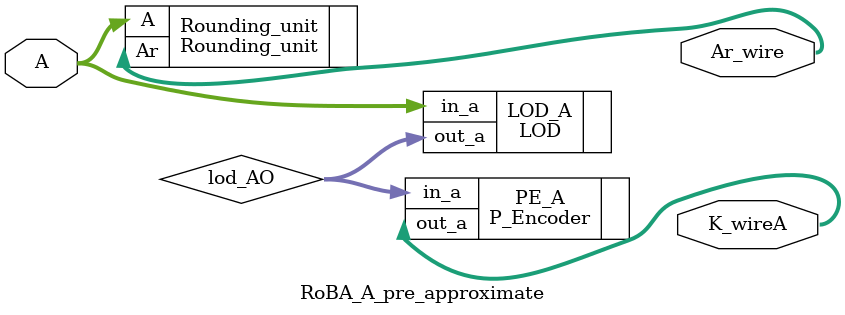
<source format=v>


// Company: iCAS Lab, University of South Carolina
// Engineer: Mohammed E. Elbtity
// Create Date: 12/28/2023 04:24:12 PM
// Design Name: 
// Module Name: RoBA_A_pre_approximate
// Project Name: 
// Target Devices: 
// Tool Versions: 
// Description: 
// 
// Dependencies: 
// 
// Revision:
// Revision 0.01 - File Created
// Additional Comments:
// 
//////////////////////////////////////////////////////////////////////////////////


`timescale 1ns / 1ps

module RoBA_A_pre_approximate #(parameter A_BW = 32, B_BW = 32, ROUN_WIDTH = 1, max_bw = (A_BW>B_BW)? A_BW:B_BW, bw_lg = $clog2(max_bw))

(
                  input	    [A_BW-1:0]	        A,
                  //output [A_BW-1:0]	A_wired_copy,       // Copied version of A to be send to Shifters
                  output    [$clog2(A_BW)-1:0]  K_wireA,    // LOD A wire
                  output    [A_BW:0]	        Ar_wire          // Rounded A (coming from Rounding Unit) 
                  //input  [B_BW-1:0]    B,
                  //output [(A_BW+B_BW):0]	R
);


//assign A_wired_copy = A;
	// LOD A wires //
//wire	[$clog2(A_BW)-1:0]	K_wireA ;

	// LOD A wires //
//wire	[$clog2(B_BW)-1:0]	K_wireB ;

	// shifter BrxA wires //
//wire	[(A_BW+B_BW)-1:0]	BrxA_wire ;

	// shifter ArxB wires //
//wire	[(A_BW+B_BW)-1:0]	ArxB_wire ;

	// shifter ArxB wires //
//wire	[(A_BW+B_BW):0]	ArxBr_wire ;

	// Rounding Unit wires //
//wire	[A_BW:0]	Ar_wire ;

	// adder wires //
//wire	[(A_BW+B_BW):0] R_wire;

wire [A_BW-1:0] lod_AO;                     // LOD of A-Operand output
//wire [B_BW-1:0] lod_BO;                     // LOD of A-Operand output


//LOD #(.WIDTH(WIDTH), .LOG2_WIDTH(LOG2_WIDTH))LOD_A(.Operand(A),.K(K_wireA));

LOD #(.BW(A_BW)) LOD_A (.in_a(A),.out_a(lod_AO));
P_Encoder #(.BW(A_BW)) PE_A (.in_a(lod_AO),.out_a(K_wireA));

//LOD #(.WIDTH(WIDTH), .LOG2_WIDTH(LOG2_WIDTH))LOD_B(.Operand(B),.K(K_wireB));

//LOD #(.BW(B_BW)) LOD_B (.in_a(B),.out_a(lod_BO));
//P_Encoder #(.BW(B_BW)) PE_B (.in_a(lod_BO),.out_a(K_wireB));


//shifter #(.WIDTH(max_bw), .LOG2_WIDTH(bw_lg))BrxA(.X(B),.Y(A),.K(K_wireB),.Xr_Y(BrxA_wire));

//shifter #(.WIDTH(max_bw), .LOG2_WIDTH(bw_lg))ArxB(.X(A),.Y(B),.K(K_wireA),.Xr_Y(ArxB_wire));

Rounding_unit #(.WIDTH(max_bw), .LOG2_WIDTH(bw_lg))Rounding_unit (.A(A),.Ar(Ar_wire)); //to get Ar
                                            

//shifter #(.WIDTH(max_bw),.ROUN_WIDTH(ROUN_WIDTH), .LOG2_WIDTH(bw_lg))ArxBr(.X(B),.Y(Ar_wire),.K(K_wireB),.Xr_Y(ArxBr_wire));

//adder_RoBA #(.WIDTH(max_bw), .LOG2_WIDTH(bw_lg))adder(.A(ArxB_wire),.B(BrxA_wire),.R(R_wire));

//subtractor #(.WIDTH(max_bw), .LOG2_WIDTH(bw_lg))subtractor(.A(R_wire),.B(ArxBr_wire),.R(R));



endmodule

</source>
